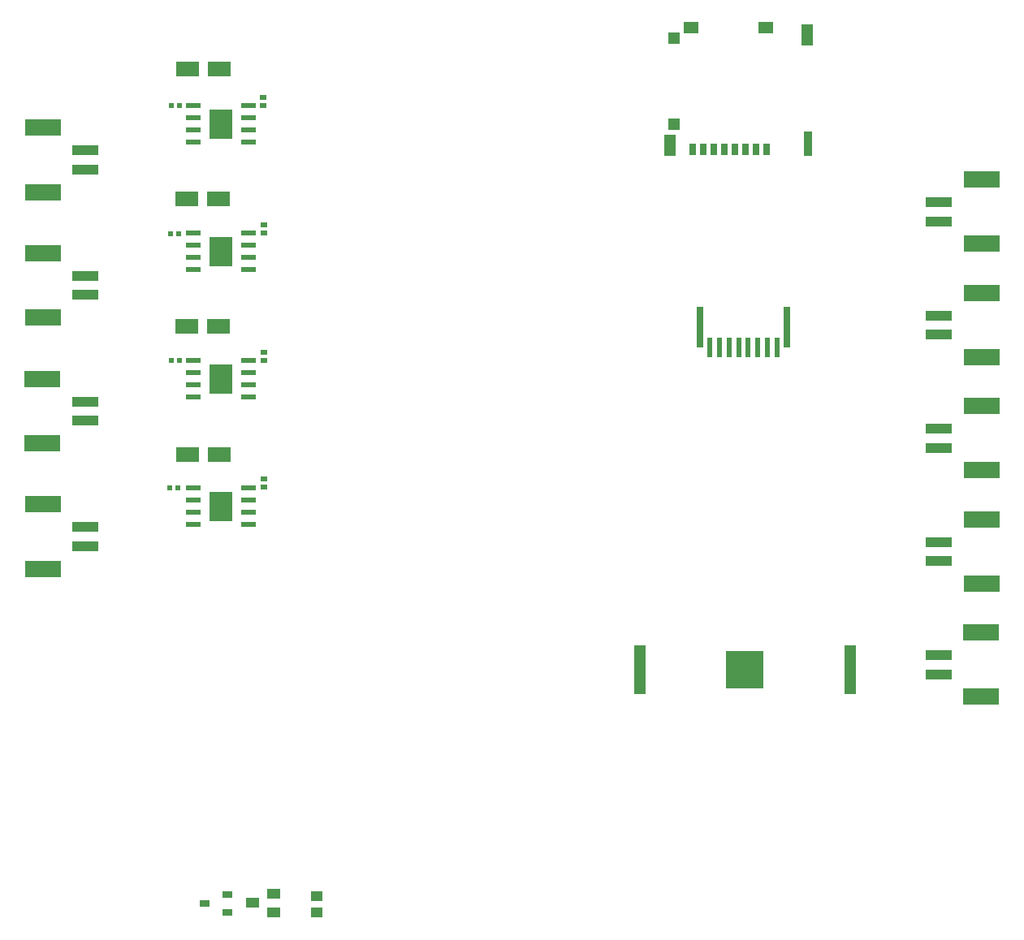
<source format=gbr>
%TF.GenerationSoftware,KiCad,Pcbnew,(5.1.8)-1*%
%TF.CreationDate,2021-01-10T20:37:24-08:00*%
%TF.ProjectId,PJS,504a532e-6b69-4636-9164-5f7063625858,rev?*%
%TF.SameCoordinates,Original*%
%TF.FileFunction,Paste,Top*%
%TF.FilePolarity,Positive*%
%FSLAX46Y46*%
G04 Gerber Fmt 4.6, Leading zero omitted, Abs format (unit mm)*
G04 Created by KiCad (PCBNEW (5.1.8)-1) date 2021-01-10 20:37:24*
%MOMM*%
%LPD*%
G01*
G04 APERTURE LIST*
%ADD10R,1.000000X0.800000*%
%ADD11R,1.500000X1.150000*%
%ADD12R,1.150000X2.200000*%
%ADD13R,1.160000X1.200000*%
%ADD14R,1.160000X1.250000*%
%ADD15R,0.950000X2.500000*%
%ADD16R,0.800000X1.240000*%
%ADD17R,2.420000X1.580000*%
%ADD18R,1.550000X0.600000*%
%ADD19R,1.550000X0.500000*%
%ADD20R,2.400000X3.100000*%
%ADD21R,1.199998X1.005599*%
%ADD22R,1.270000X5.080000*%
%ADD23R,3.960000X3.960000*%
%ADD24R,1.400000X1.000000*%
%ADD25R,0.540000X0.600000*%
%ADD26R,0.700000X4.199999*%
%ADD27R,0.600000X2.000000*%
%ADD28R,2.700000X1.000000*%
%ADD29R,3.800000X1.800000*%
%ADD30R,0.640000X0.560000*%
G04 APERTURE END LIST*
D10*
%TO.C,D1*%
X102901600Y-145988999D03*
X102901600Y-147888999D03*
X100501600Y-146938999D03*
%TD*%
D11*
%TO.C,XM1*%
X151270000Y-55575999D03*
X159050000Y-55575999D03*
D12*
X163355000Y-56370999D03*
D13*
X149470000Y-56700999D03*
D14*
X149470000Y-65700999D03*
D12*
X149065000Y-67850999D03*
D15*
X163455000Y-67700999D03*
D16*
X151410000Y-68330999D03*
X152510000Y-68330999D03*
X153610000Y-68330999D03*
X154710000Y-68330999D03*
X155810000Y-68330999D03*
X156910000Y-68330999D03*
X158010000Y-68330999D03*
X159110000Y-68330999D03*
%TD*%
D17*
%TO.C,C3*%
X98692000Y-86733999D03*
X101992000Y-86733999D03*
%TD*%
D18*
%TO.C,A1*%
X99360000Y-65023999D03*
D19*
X99360000Y-63753999D03*
X105110000Y-67563999D03*
D18*
X99360000Y-66293999D03*
D19*
X105110000Y-66293999D03*
X105110000Y-63753999D03*
X105110000Y-65023999D03*
D18*
X99360000Y-67563999D03*
D20*
X102235000Y-65658999D03*
%TD*%
D18*
%TO.C,A2*%
X99360000Y-78316665D03*
D19*
X99360000Y-77046665D03*
X105110000Y-80856665D03*
D18*
X99360000Y-79586665D03*
D19*
X105110000Y-79586665D03*
X105110000Y-77046665D03*
X105110000Y-78316665D03*
D18*
X99360000Y-80856665D03*
D20*
X102235000Y-78951665D03*
%TD*%
D18*
%TO.C,A3*%
X99360000Y-91609331D03*
D19*
X99360000Y-90339331D03*
X105110000Y-94149331D03*
D18*
X99360000Y-92879331D03*
D19*
X105110000Y-92879331D03*
X105110000Y-90339331D03*
X105110000Y-91609331D03*
D18*
X99360000Y-94149331D03*
D20*
X102235000Y-92244331D03*
%TD*%
D18*
%TO.C,A4*%
X99360000Y-104901999D03*
D19*
X99360000Y-103631999D03*
X105110000Y-107441999D03*
D18*
X99360000Y-106171999D03*
D19*
X105110000Y-106171999D03*
X105110000Y-103631999D03*
X105110000Y-104901999D03*
D18*
X99360000Y-107441999D03*
D20*
X102235000Y-105536999D03*
%TD*%
D21*
%TO.C,R5*%
X112242600Y-147918798D03*
X112242600Y-146213200D03*
%TD*%
D22*
%TO.C,BT1*%
X167830000Y-122554999D03*
X145860000Y-122554999D03*
D23*
X156845000Y-122554999D03*
%TD*%
D24*
%TO.C,Q1*%
X107754600Y-145938199D03*
X107754600Y-147838199D03*
X105554600Y-146888199D03*
%TD*%
D17*
%TO.C,C1*%
X98725000Y-59874999D03*
X102025000Y-59874999D03*
%TD*%
%TO.C,C2*%
X101957000Y-73458999D03*
X98657000Y-73458999D03*
%TD*%
%TO.C,C4*%
X102077000Y-100158999D03*
X98777000Y-100158999D03*
%TD*%
D25*
%TO.C,C5*%
X97908000Y-63740499D03*
X97048000Y-63740499D03*
%TD*%
%TO.C,C6*%
X96981000Y-77073999D03*
X97841000Y-77073999D03*
%TD*%
%TO.C,C7*%
X97006000Y-90333499D03*
X97866000Y-90333499D03*
%TD*%
%TO.C,C8*%
X97711000Y-103638999D03*
X96851000Y-103638999D03*
%TD*%
D26*
%TO.C,J1*%
X152192600Y-86811499D03*
D27*
X153192600Y-88911499D03*
X154192600Y-88911499D03*
X155192600Y-88911499D03*
X156192600Y-88911499D03*
X158192600Y-88911499D03*
X157192600Y-88911499D03*
X160192600Y-88911499D03*
X159192600Y-88911499D03*
D26*
X161192600Y-86811499D03*
%TD*%
D28*
%TO.C,J2*%
X88113000Y-68394999D03*
X88113000Y-70394999D03*
D29*
X83663000Y-72744999D03*
X83663000Y-66044999D03*
%TD*%
%TO.C,J3*%
X83663000Y-79138332D03*
X83663000Y-85838332D03*
D28*
X88113000Y-83488332D03*
X88113000Y-81488332D03*
%TD*%
D29*
%TO.C,J4*%
X83625000Y-92231665D03*
X83625000Y-98931665D03*
D28*
X88075000Y-96581665D03*
X88075000Y-94581665D03*
%TD*%
%TO.C,J5*%
X88085000Y-107674999D03*
X88085000Y-109674999D03*
D29*
X83635000Y-112024999D03*
X83635000Y-105324999D03*
%TD*%
%TO.C,J6*%
X181499600Y-125396999D03*
X181499600Y-118696999D03*
D28*
X177049600Y-121046999D03*
X177049600Y-123046999D03*
%TD*%
D29*
%TO.C,J7*%
X181525000Y-113585999D03*
X181525000Y-106885999D03*
D28*
X177075000Y-109235999D03*
X177075000Y-111235999D03*
%TD*%
%TO.C,J8*%
X177075000Y-99424999D03*
X177075000Y-97424999D03*
D29*
X181525000Y-95074999D03*
X181525000Y-101774999D03*
%TD*%
%TO.C,J9*%
X181525000Y-89963999D03*
X181525000Y-83263999D03*
D28*
X177075000Y-85613999D03*
X177075000Y-87613999D03*
%TD*%
%TO.C,J10*%
X177075000Y-75802999D03*
X177075000Y-73802999D03*
D29*
X181525000Y-71452999D03*
X181525000Y-78152999D03*
%TD*%
D30*
%TO.C,R1*%
X106654600Y-63731799D03*
X106654600Y-62861799D03*
%TD*%
%TO.C,R2*%
X106730800Y-76145999D03*
X106730800Y-77015999D03*
%TD*%
%TO.C,R3*%
X106705400Y-90325599D03*
X106705400Y-89455599D03*
%TD*%
%TO.C,R4*%
X106730800Y-102679499D03*
X106730800Y-103549499D03*
%TD*%
M02*

</source>
